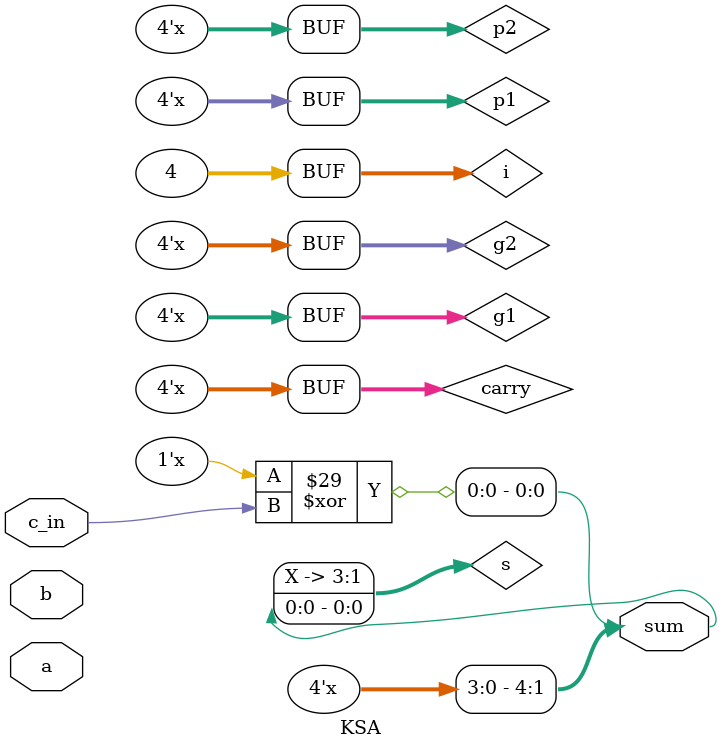
<source format=v>
module KSA #(parameter N=4)
            (input [N-1:0] a,b, 
             input c_in, 
             output [N:0] sum);
  
  reg [N-1:0] p,g,p1,g1,p2,g2,s;
  reg [N-1:0] carry;
  integer i;
   always @(*)
   begin
   
   
   for(i=0;i<N;i=i+1)
   	begin
   	  p[i] <= a[i] ^ b[i];
   	  g[i] <= a[i] & b[i];
   	end  
   
   for(i=0;i<N;i=i+1)
   	if (i == 0) 
   		begin
      		  p1[i] <= p[i];
    		  g1[i] <= g[i]; 
   		end
   	else 
   		begin
     		  p1[i] <= p[i] & p[i-1];
     		  g1[i] <= g[i] || (p[i] & g[i-1]);
   		end
   
   for(i=0;i<N;i=i+1)
   	if (i == 0 )
   		begin
     		  p2[i] <= p1[i];
     		  g2[i] <= g1[i]; 
   		end
   	else 
   	if (i == 1 )
   		begin
     		  p2[i] <= p1[i];
     		  g2[i] <= g1[i]; 
   		end
   	else
   		begin 
   		  p2[i] <= p1[i] & p1[i-2];
   		  g2[i] <= g1[i] || (p1[i] & g1[i-2]);
   		end
   
   for(i=0;i<N;i=i+1)
   	if (i == 0) 
   		begin
   		  s[i] <= p[i] ^ c_in;
   		  carry[i] <= g2[i];
   		end
   	else
   		begin
   		  s[i] <= p[i] ^ carry[i-1];
   		  carry[i] <= g2[i];
   		end
   end
   assign sum = {carry[N-1], s};
endmodule 

</source>
